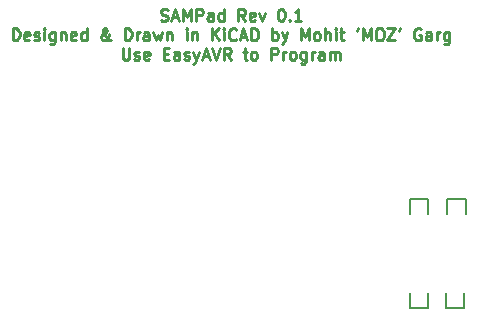
<source format=gbr>
G04 #@! TF.FileFunction,Legend,Top*
%FSLAX46Y46*%
G04 Gerber Fmt 4.6, Leading zero omitted, Abs format (unit mm)*
G04 Created by KiCad (PCBNEW 4.0.1-stable) date 3/31/2016 1:28:44 PM*
%MOMM*%
G01*
G04 APERTURE LIST*
%ADD10C,0.100000*%
%ADD11C,0.250000*%
%ADD12C,0.127000*%
G04 APERTURE END LIST*
D10*
D11*
X122622619Y-108266862D02*
X122765476Y-108314481D01*
X123003572Y-108314481D01*
X123098810Y-108266862D01*
X123146429Y-108219243D01*
X123194048Y-108124005D01*
X123194048Y-108028767D01*
X123146429Y-107933529D01*
X123098810Y-107885910D01*
X123003572Y-107838290D01*
X122813095Y-107790671D01*
X122717857Y-107743052D01*
X122670238Y-107695433D01*
X122622619Y-107600195D01*
X122622619Y-107504957D01*
X122670238Y-107409719D01*
X122717857Y-107362100D01*
X122813095Y-107314481D01*
X123051191Y-107314481D01*
X123194048Y-107362100D01*
X123575000Y-108028767D02*
X124051191Y-108028767D01*
X123479762Y-108314481D02*
X123813095Y-107314481D01*
X124146429Y-108314481D01*
X124479762Y-108314481D02*
X124479762Y-107314481D01*
X124813096Y-108028767D01*
X125146429Y-107314481D01*
X125146429Y-108314481D01*
X125622619Y-108314481D02*
X125622619Y-107314481D01*
X126003572Y-107314481D01*
X126098810Y-107362100D01*
X126146429Y-107409719D01*
X126194048Y-107504957D01*
X126194048Y-107647814D01*
X126146429Y-107743052D01*
X126098810Y-107790671D01*
X126003572Y-107838290D01*
X125622619Y-107838290D01*
X127051191Y-108314481D02*
X127051191Y-107790671D01*
X127003572Y-107695433D01*
X126908334Y-107647814D01*
X126717857Y-107647814D01*
X126622619Y-107695433D01*
X127051191Y-108266862D02*
X126955953Y-108314481D01*
X126717857Y-108314481D01*
X126622619Y-108266862D01*
X126575000Y-108171624D01*
X126575000Y-108076386D01*
X126622619Y-107981148D01*
X126717857Y-107933529D01*
X126955953Y-107933529D01*
X127051191Y-107885910D01*
X127955953Y-108314481D02*
X127955953Y-107314481D01*
X127955953Y-108266862D02*
X127860715Y-108314481D01*
X127670238Y-108314481D01*
X127575000Y-108266862D01*
X127527381Y-108219243D01*
X127479762Y-108124005D01*
X127479762Y-107838290D01*
X127527381Y-107743052D01*
X127575000Y-107695433D01*
X127670238Y-107647814D01*
X127860715Y-107647814D01*
X127955953Y-107695433D01*
X129765477Y-108314481D02*
X129432143Y-107838290D01*
X129194048Y-108314481D02*
X129194048Y-107314481D01*
X129575001Y-107314481D01*
X129670239Y-107362100D01*
X129717858Y-107409719D01*
X129765477Y-107504957D01*
X129765477Y-107647814D01*
X129717858Y-107743052D01*
X129670239Y-107790671D01*
X129575001Y-107838290D01*
X129194048Y-107838290D01*
X130575001Y-108266862D02*
X130479763Y-108314481D01*
X130289286Y-108314481D01*
X130194048Y-108266862D01*
X130146429Y-108171624D01*
X130146429Y-107790671D01*
X130194048Y-107695433D01*
X130289286Y-107647814D01*
X130479763Y-107647814D01*
X130575001Y-107695433D01*
X130622620Y-107790671D01*
X130622620Y-107885910D01*
X130146429Y-107981148D01*
X130955953Y-107647814D02*
X131194048Y-108314481D01*
X131432144Y-107647814D01*
X132765477Y-107314481D02*
X132860716Y-107314481D01*
X132955954Y-107362100D01*
X133003573Y-107409719D01*
X133051192Y-107504957D01*
X133098811Y-107695433D01*
X133098811Y-107933529D01*
X133051192Y-108124005D01*
X133003573Y-108219243D01*
X132955954Y-108266862D01*
X132860716Y-108314481D01*
X132765477Y-108314481D01*
X132670239Y-108266862D01*
X132622620Y-108219243D01*
X132575001Y-108124005D01*
X132527382Y-107933529D01*
X132527382Y-107695433D01*
X132575001Y-107504957D01*
X132622620Y-107409719D01*
X132670239Y-107362100D01*
X132765477Y-107314481D01*
X133527382Y-108219243D02*
X133575001Y-108266862D01*
X133527382Y-108314481D01*
X133479763Y-108266862D01*
X133527382Y-108219243D01*
X133527382Y-108314481D01*
X134527382Y-108314481D02*
X133955953Y-108314481D01*
X134241667Y-108314481D02*
X134241667Y-107314481D01*
X134146429Y-107457338D01*
X134051191Y-107552576D01*
X133955953Y-107600195D01*
X110098809Y-109964481D02*
X110098809Y-108964481D01*
X110336904Y-108964481D01*
X110479762Y-109012100D01*
X110575000Y-109107338D01*
X110622619Y-109202576D01*
X110670238Y-109393052D01*
X110670238Y-109535910D01*
X110622619Y-109726386D01*
X110575000Y-109821624D01*
X110479762Y-109916862D01*
X110336904Y-109964481D01*
X110098809Y-109964481D01*
X111479762Y-109916862D02*
X111384524Y-109964481D01*
X111194047Y-109964481D01*
X111098809Y-109916862D01*
X111051190Y-109821624D01*
X111051190Y-109440671D01*
X111098809Y-109345433D01*
X111194047Y-109297814D01*
X111384524Y-109297814D01*
X111479762Y-109345433D01*
X111527381Y-109440671D01*
X111527381Y-109535910D01*
X111051190Y-109631148D01*
X111908333Y-109916862D02*
X112003571Y-109964481D01*
X112194047Y-109964481D01*
X112289286Y-109916862D01*
X112336905Y-109821624D01*
X112336905Y-109774005D01*
X112289286Y-109678767D01*
X112194047Y-109631148D01*
X112051190Y-109631148D01*
X111955952Y-109583529D01*
X111908333Y-109488290D01*
X111908333Y-109440671D01*
X111955952Y-109345433D01*
X112051190Y-109297814D01*
X112194047Y-109297814D01*
X112289286Y-109345433D01*
X112765476Y-109964481D02*
X112765476Y-109297814D01*
X112765476Y-108964481D02*
X112717857Y-109012100D01*
X112765476Y-109059719D01*
X112813095Y-109012100D01*
X112765476Y-108964481D01*
X112765476Y-109059719D01*
X113670238Y-109297814D02*
X113670238Y-110107338D01*
X113622619Y-110202576D01*
X113575000Y-110250195D01*
X113479761Y-110297814D01*
X113336904Y-110297814D01*
X113241666Y-110250195D01*
X113670238Y-109916862D02*
X113575000Y-109964481D01*
X113384523Y-109964481D01*
X113289285Y-109916862D01*
X113241666Y-109869243D01*
X113194047Y-109774005D01*
X113194047Y-109488290D01*
X113241666Y-109393052D01*
X113289285Y-109345433D01*
X113384523Y-109297814D01*
X113575000Y-109297814D01*
X113670238Y-109345433D01*
X114146428Y-109297814D02*
X114146428Y-109964481D01*
X114146428Y-109393052D02*
X114194047Y-109345433D01*
X114289285Y-109297814D01*
X114432143Y-109297814D01*
X114527381Y-109345433D01*
X114575000Y-109440671D01*
X114575000Y-109964481D01*
X115432143Y-109916862D02*
X115336905Y-109964481D01*
X115146428Y-109964481D01*
X115051190Y-109916862D01*
X115003571Y-109821624D01*
X115003571Y-109440671D01*
X115051190Y-109345433D01*
X115146428Y-109297814D01*
X115336905Y-109297814D01*
X115432143Y-109345433D01*
X115479762Y-109440671D01*
X115479762Y-109535910D01*
X115003571Y-109631148D01*
X116336905Y-109964481D02*
X116336905Y-108964481D01*
X116336905Y-109916862D02*
X116241667Y-109964481D01*
X116051190Y-109964481D01*
X115955952Y-109916862D01*
X115908333Y-109869243D01*
X115860714Y-109774005D01*
X115860714Y-109488290D01*
X115908333Y-109393052D01*
X115955952Y-109345433D01*
X116051190Y-109297814D01*
X116241667Y-109297814D01*
X116336905Y-109345433D01*
X118384524Y-109964481D02*
X118336905Y-109964481D01*
X118241667Y-109916862D01*
X118098810Y-109774005D01*
X117860715Y-109488290D01*
X117765476Y-109345433D01*
X117717857Y-109202576D01*
X117717857Y-109107338D01*
X117765476Y-109012100D01*
X117860715Y-108964481D01*
X117908334Y-108964481D01*
X118003572Y-109012100D01*
X118051191Y-109107338D01*
X118051191Y-109154957D01*
X118003572Y-109250195D01*
X117955953Y-109297814D01*
X117670238Y-109488290D01*
X117622619Y-109535910D01*
X117575000Y-109631148D01*
X117575000Y-109774005D01*
X117622619Y-109869243D01*
X117670238Y-109916862D01*
X117765476Y-109964481D01*
X117908334Y-109964481D01*
X118003572Y-109916862D01*
X118051191Y-109869243D01*
X118194048Y-109678767D01*
X118241667Y-109535910D01*
X118241667Y-109440671D01*
X119575000Y-109964481D02*
X119575000Y-108964481D01*
X119813095Y-108964481D01*
X119955953Y-109012100D01*
X120051191Y-109107338D01*
X120098810Y-109202576D01*
X120146429Y-109393052D01*
X120146429Y-109535910D01*
X120098810Y-109726386D01*
X120051191Y-109821624D01*
X119955953Y-109916862D01*
X119813095Y-109964481D01*
X119575000Y-109964481D01*
X120575000Y-109964481D02*
X120575000Y-109297814D01*
X120575000Y-109488290D02*
X120622619Y-109393052D01*
X120670238Y-109345433D01*
X120765476Y-109297814D01*
X120860715Y-109297814D01*
X121622620Y-109964481D02*
X121622620Y-109440671D01*
X121575001Y-109345433D01*
X121479763Y-109297814D01*
X121289286Y-109297814D01*
X121194048Y-109345433D01*
X121622620Y-109916862D02*
X121527382Y-109964481D01*
X121289286Y-109964481D01*
X121194048Y-109916862D01*
X121146429Y-109821624D01*
X121146429Y-109726386D01*
X121194048Y-109631148D01*
X121289286Y-109583529D01*
X121527382Y-109583529D01*
X121622620Y-109535910D01*
X122003572Y-109297814D02*
X122194048Y-109964481D01*
X122384525Y-109488290D01*
X122575001Y-109964481D01*
X122765477Y-109297814D01*
X123146429Y-109297814D02*
X123146429Y-109964481D01*
X123146429Y-109393052D02*
X123194048Y-109345433D01*
X123289286Y-109297814D01*
X123432144Y-109297814D01*
X123527382Y-109345433D01*
X123575001Y-109440671D01*
X123575001Y-109964481D01*
X124813096Y-109964481D02*
X124813096Y-109297814D01*
X124813096Y-108964481D02*
X124765477Y-109012100D01*
X124813096Y-109059719D01*
X124860715Y-109012100D01*
X124813096Y-108964481D01*
X124813096Y-109059719D01*
X125289286Y-109297814D02*
X125289286Y-109964481D01*
X125289286Y-109393052D02*
X125336905Y-109345433D01*
X125432143Y-109297814D01*
X125575001Y-109297814D01*
X125670239Y-109345433D01*
X125717858Y-109440671D01*
X125717858Y-109964481D01*
X126955953Y-109964481D02*
X126955953Y-108964481D01*
X127527382Y-109964481D02*
X127098810Y-109393052D01*
X127527382Y-108964481D02*
X126955953Y-109535910D01*
X127955953Y-109964481D02*
X127955953Y-109297814D01*
X127955953Y-108964481D02*
X127908334Y-109012100D01*
X127955953Y-109059719D01*
X128003572Y-109012100D01*
X127955953Y-108964481D01*
X127955953Y-109059719D01*
X129003572Y-109869243D02*
X128955953Y-109916862D01*
X128813096Y-109964481D01*
X128717858Y-109964481D01*
X128575000Y-109916862D01*
X128479762Y-109821624D01*
X128432143Y-109726386D01*
X128384524Y-109535910D01*
X128384524Y-109393052D01*
X128432143Y-109202576D01*
X128479762Y-109107338D01*
X128575000Y-109012100D01*
X128717858Y-108964481D01*
X128813096Y-108964481D01*
X128955953Y-109012100D01*
X129003572Y-109059719D01*
X129384524Y-109678767D02*
X129860715Y-109678767D01*
X129289286Y-109964481D02*
X129622619Y-108964481D01*
X129955953Y-109964481D01*
X130289286Y-109964481D02*
X130289286Y-108964481D01*
X130527381Y-108964481D01*
X130670239Y-109012100D01*
X130765477Y-109107338D01*
X130813096Y-109202576D01*
X130860715Y-109393052D01*
X130860715Y-109535910D01*
X130813096Y-109726386D01*
X130765477Y-109821624D01*
X130670239Y-109916862D01*
X130527381Y-109964481D01*
X130289286Y-109964481D01*
X132051191Y-109964481D02*
X132051191Y-108964481D01*
X132051191Y-109345433D02*
X132146429Y-109297814D01*
X132336906Y-109297814D01*
X132432144Y-109345433D01*
X132479763Y-109393052D01*
X132527382Y-109488290D01*
X132527382Y-109774005D01*
X132479763Y-109869243D01*
X132432144Y-109916862D01*
X132336906Y-109964481D01*
X132146429Y-109964481D01*
X132051191Y-109916862D01*
X132860715Y-109297814D02*
X133098810Y-109964481D01*
X133336906Y-109297814D02*
X133098810Y-109964481D01*
X133003572Y-110202576D01*
X132955953Y-110250195D01*
X132860715Y-110297814D01*
X134479763Y-109964481D02*
X134479763Y-108964481D01*
X134813097Y-109678767D01*
X135146430Y-108964481D01*
X135146430Y-109964481D01*
X135765477Y-109964481D02*
X135670239Y-109916862D01*
X135622620Y-109869243D01*
X135575001Y-109774005D01*
X135575001Y-109488290D01*
X135622620Y-109393052D01*
X135670239Y-109345433D01*
X135765477Y-109297814D01*
X135908335Y-109297814D01*
X136003573Y-109345433D01*
X136051192Y-109393052D01*
X136098811Y-109488290D01*
X136098811Y-109774005D01*
X136051192Y-109869243D01*
X136003573Y-109916862D01*
X135908335Y-109964481D01*
X135765477Y-109964481D01*
X136527382Y-109964481D02*
X136527382Y-108964481D01*
X136955954Y-109964481D02*
X136955954Y-109440671D01*
X136908335Y-109345433D01*
X136813097Y-109297814D01*
X136670239Y-109297814D01*
X136575001Y-109345433D01*
X136527382Y-109393052D01*
X137432144Y-109964481D02*
X137432144Y-109297814D01*
X137432144Y-108964481D02*
X137384525Y-109012100D01*
X137432144Y-109059719D01*
X137479763Y-109012100D01*
X137432144Y-108964481D01*
X137432144Y-109059719D01*
X137765477Y-109297814D02*
X138146429Y-109297814D01*
X137908334Y-108964481D02*
X137908334Y-109821624D01*
X137955953Y-109916862D01*
X138051191Y-109964481D01*
X138146429Y-109964481D01*
X139289287Y-108964481D02*
X139194049Y-109154957D01*
X139717858Y-109964481D02*
X139717858Y-108964481D01*
X140051192Y-109678767D01*
X140384525Y-108964481D01*
X140384525Y-109964481D01*
X141051191Y-108964481D02*
X141241668Y-108964481D01*
X141336906Y-109012100D01*
X141432144Y-109107338D01*
X141479763Y-109297814D01*
X141479763Y-109631148D01*
X141432144Y-109821624D01*
X141336906Y-109916862D01*
X141241668Y-109964481D01*
X141051191Y-109964481D01*
X140955953Y-109916862D01*
X140860715Y-109821624D01*
X140813096Y-109631148D01*
X140813096Y-109297814D01*
X140860715Y-109107338D01*
X140955953Y-109012100D01*
X141051191Y-108964481D01*
X141813096Y-108964481D02*
X142479763Y-108964481D01*
X141813096Y-109964481D01*
X142479763Y-109964481D01*
X142908334Y-108964481D02*
X142813096Y-109154957D01*
X144622620Y-109012100D02*
X144527382Y-108964481D01*
X144384525Y-108964481D01*
X144241667Y-109012100D01*
X144146429Y-109107338D01*
X144098810Y-109202576D01*
X144051191Y-109393052D01*
X144051191Y-109535910D01*
X144098810Y-109726386D01*
X144146429Y-109821624D01*
X144241667Y-109916862D01*
X144384525Y-109964481D01*
X144479763Y-109964481D01*
X144622620Y-109916862D01*
X144670239Y-109869243D01*
X144670239Y-109535910D01*
X144479763Y-109535910D01*
X145527382Y-109964481D02*
X145527382Y-109440671D01*
X145479763Y-109345433D01*
X145384525Y-109297814D01*
X145194048Y-109297814D01*
X145098810Y-109345433D01*
X145527382Y-109916862D02*
X145432144Y-109964481D01*
X145194048Y-109964481D01*
X145098810Y-109916862D01*
X145051191Y-109821624D01*
X145051191Y-109726386D01*
X145098810Y-109631148D01*
X145194048Y-109583529D01*
X145432144Y-109583529D01*
X145527382Y-109535910D01*
X146003572Y-109964481D02*
X146003572Y-109297814D01*
X146003572Y-109488290D02*
X146051191Y-109393052D01*
X146098810Y-109345433D01*
X146194048Y-109297814D01*
X146289287Y-109297814D01*
X147051192Y-109297814D02*
X147051192Y-110107338D01*
X147003573Y-110202576D01*
X146955954Y-110250195D01*
X146860715Y-110297814D01*
X146717858Y-110297814D01*
X146622620Y-110250195D01*
X147051192Y-109916862D02*
X146955954Y-109964481D01*
X146765477Y-109964481D01*
X146670239Y-109916862D01*
X146622620Y-109869243D01*
X146575001Y-109774005D01*
X146575001Y-109488290D01*
X146622620Y-109393052D01*
X146670239Y-109345433D01*
X146765477Y-109297814D01*
X146955954Y-109297814D01*
X147051192Y-109345433D01*
X119384522Y-110614481D02*
X119384522Y-111424005D01*
X119432141Y-111519243D01*
X119479760Y-111566862D01*
X119574998Y-111614481D01*
X119765475Y-111614481D01*
X119860713Y-111566862D01*
X119908332Y-111519243D01*
X119955951Y-111424005D01*
X119955951Y-110614481D01*
X120384522Y-111566862D02*
X120479760Y-111614481D01*
X120670236Y-111614481D01*
X120765475Y-111566862D01*
X120813094Y-111471624D01*
X120813094Y-111424005D01*
X120765475Y-111328767D01*
X120670236Y-111281148D01*
X120527379Y-111281148D01*
X120432141Y-111233529D01*
X120384522Y-111138290D01*
X120384522Y-111090671D01*
X120432141Y-110995433D01*
X120527379Y-110947814D01*
X120670236Y-110947814D01*
X120765475Y-110995433D01*
X121622618Y-111566862D02*
X121527380Y-111614481D01*
X121336903Y-111614481D01*
X121241665Y-111566862D01*
X121194046Y-111471624D01*
X121194046Y-111090671D01*
X121241665Y-110995433D01*
X121336903Y-110947814D01*
X121527380Y-110947814D01*
X121622618Y-110995433D01*
X121670237Y-111090671D01*
X121670237Y-111185910D01*
X121194046Y-111281148D01*
X122860713Y-111090671D02*
X123194047Y-111090671D01*
X123336904Y-111614481D02*
X122860713Y-111614481D01*
X122860713Y-110614481D01*
X123336904Y-110614481D01*
X124194047Y-111614481D02*
X124194047Y-111090671D01*
X124146428Y-110995433D01*
X124051190Y-110947814D01*
X123860713Y-110947814D01*
X123765475Y-110995433D01*
X124194047Y-111566862D02*
X124098809Y-111614481D01*
X123860713Y-111614481D01*
X123765475Y-111566862D01*
X123717856Y-111471624D01*
X123717856Y-111376386D01*
X123765475Y-111281148D01*
X123860713Y-111233529D01*
X124098809Y-111233529D01*
X124194047Y-111185910D01*
X124622618Y-111566862D02*
X124717856Y-111614481D01*
X124908332Y-111614481D01*
X125003571Y-111566862D01*
X125051190Y-111471624D01*
X125051190Y-111424005D01*
X125003571Y-111328767D01*
X124908332Y-111281148D01*
X124765475Y-111281148D01*
X124670237Y-111233529D01*
X124622618Y-111138290D01*
X124622618Y-111090671D01*
X124670237Y-110995433D01*
X124765475Y-110947814D01*
X124908332Y-110947814D01*
X125003571Y-110995433D01*
X125384523Y-110947814D02*
X125622618Y-111614481D01*
X125860714Y-110947814D02*
X125622618Y-111614481D01*
X125527380Y-111852576D01*
X125479761Y-111900195D01*
X125384523Y-111947814D01*
X126194047Y-111328767D02*
X126670238Y-111328767D01*
X126098809Y-111614481D02*
X126432142Y-110614481D01*
X126765476Y-111614481D01*
X126955952Y-110614481D02*
X127289285Y-111614481D01*
X127622619Y-110614481D01*
X128527381Y-111614481D02*
X128194047Y-111138290D01*
X127955952Y-111614481D02*
X127955952Y-110614481D01*
X128336905Y-110614481D01*
X128432143Y-110662100D01*
X128479762Y-110709719D01*
X128527381Y-110804957D01*
X128527381Y-110947814D01*
X128479762Y-111043052D01*
X128432143Y-111090671D01*
X128336905Y-111138290D01*
X127955952Y-111138290D01*
X129575000Y-110947814D02*
X129955952Y-110947814D01*
X129717857Y-110614481D02*
X129717857Y-111471624D01*
X129765476Y-111566862D01*
X129860714Y-111614481D01*
X129955952Y-111614481D01*
X130432143Y-111614481D02*
X130336905Y-111566862D01*
X130289286Y-111519243D01*
X130241667Y-111424005D01*
X130241667Y-111138290D01*
X130289286Y-111043052D01*
X130336905Y-110995433D01*
X130432143Y-110947814D01*
X130575001Y-110947814D01*
X130670239Y-110995433D01*
X130717858Y-111043052D01*
X130765477Y-111138290D01*
X130765477Y-111424005D01*
X130717858Y-111519243D01*
X130670239Y-111566862D01*
X130575001Y-111614481D01*
X130432143Y-111614481D01*
X131955953Y-111614481D02*
X131955953Y-110614481D01*
X132336906Y-110614481D01*
X132432144Y-110662100D01*
X132479763Y-110709719D01*
X132527382Y-110804957D01*
X132527382Y-110947814D01*
X132479763Y-111043052D01*
X132432144Y-111090671D01*
X132336906Y-111138290D01*
X131955953Y-111138290D01*
X132955953Y-111614481D02*
X132955953Y-110947814D01*
X132955953Y-111138290D02*
X133003572Y-111043052D01*
X133051191Y-110995433D01*
X133146429Y-110947814D01*
X133241668Y-110947814D01*
X133717858Y-111614481D02*
X133622620Y-111566862D01*
X133575001Y-111519243D01*
X133527382Y-111424005D01*
X133527382Y-111138290D01*
X133575001Y-111043052D01*
X133622620Y-110995433D01*
X133717858Y-110947814D01*
X133860716Y-110947814D01*
X133955954Y-110995433D01*
X134003573Y-111043052D01*
X134051192Y-111138290D01*
X134051192Y-111424005D01*
X134003573Y-111519243D01*
X133955954Y-111566862D01*
X133860716Y-111614481D01*
X133717858Y-111614481D01*
X134908335Y-110947814D02*
X134908335Y-111757338D01*
X134860716Y-111852576D01*
X134813097Y-111900195D01*
X134717858Y-111947814D01*
X134575001Y-111947814D01*
X134479763Y-111900195D01*
X134908335Y-111566862D02*
X134813097Y-111614481D01*
X134622620Y-111614481D01*
X134527382Y-111566862D01*
X134479763Y-111519243D01*
X134432144Y-111424005D01*
X134432144Y-111138290D01*
X134479763Y-111043052D01*
X134527382Y-110995433D01*
X134622620Y-110947814D01*
X134813097Y-110947814D01*
X134908335Y-110995433D01*
X135384525Y-111614481D02*
X135384525Y-110947814D01*
X135384525Y-111138290D02*
X135432144Y-111043052D01*
X135479763Y-110995433D01*
X135575001Y-110947814D01*
X135670240Y-110947814D01*
X136432145Y-111614481D02*
X136432145Y-111090671D01*
X136384526Y-110995433D01*
X136289288Y-110947814D01*
X136098811Y-110947814D01*
X136003573Y-110995433D01*
X136432145Y-111566862D02*
X136336907Y-111614481D01*
X136098811Y-111614481D01*
X136003573Y-111566862D01*
X135955954Y-111471624D01*
X135955954Y-111376386D01*
X136003573Y-111281148D01*
X136098811Y-111233529D01*
X136336907Y-111233529D01*
X136432145Y-111185910D01*
X136908335Y-111614481D02*
X136908335Y-110947814D01*
X136908335Y-111043052D02*
X136955954Y-110995433D01*
X137051192Y-110947814D01*
X137194050Y-110947814D01*
X137289288Y-110995433D01*
X137336907Y-111090671D01*
X137336907Y-111614481D01*
X137336907Y-111090671D02*
X137384526Y-110995433D01*
X137479764Y-110947814D01*
X137622621Y-110947814D01*
X137717859Y-110995433D01*
X137765478Y-111090671D01*
X137765478Y-111614481D01*
D12*
X143713200Y-123421140D02*
X143713200Y-124637800D01*
X145260060Y-123421140D02*
X145260060Y-124637800D01*
X146888200Y-123421140D02*
X146888200Y-124637800D01*
X148437600Y-123421140D02*
X148437600Y-124637800D01*
X143713200Y-132610860D02*
X143713200Y-131394200D01*
X145260060Y-132610860D02*
X145260060Y-131394200D01*
X146761200Y-132610860D02*
X146761200Y-131394200D01*
X148310600Y-132610860D02*
X148310600Y-131394200D01*
X148437600Y-123416060D02*
X146888200Y-123416060D01*
X145260060Y-123416060D02*
X143713200Y-123416060D01*
X143713200Y-132610860D02*
X145260060Y-132610860D01*
X146761200Y-132610860D02*
X148310600Y-132610860D01*
M02*

</source>
